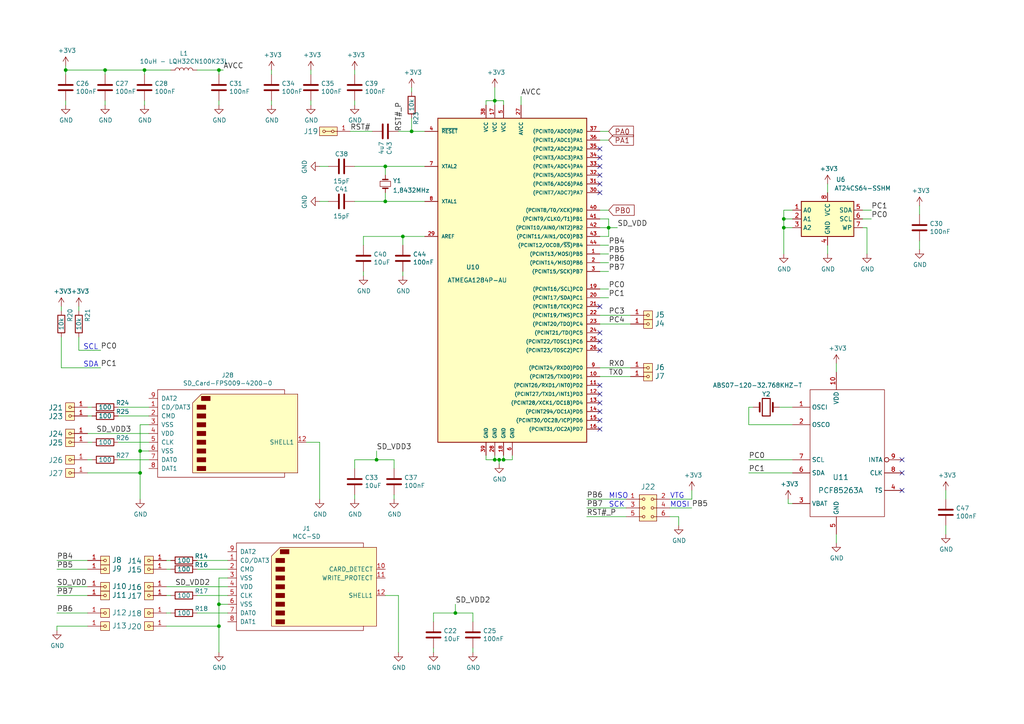
<source format=kicad_sch>
(kicad_sch (version 20210621) (generator eeschema)
  (paper "A4")
  (junction (at 19.05 20.32))
  (junction (at 30.48 20.32))
  (junction (at 40.64 130.81))
  (junction (at 40.64 137.16))
  (junction (at 41.91 20.32))
  (junction (at 63.5 20.32))
  (junction (at 63.5 175.26))
  (junction (at 63.5 181.61))
  (junction (at 109.22 133.35))
  (junction (at 111.76 48.26))
  (junction (at 111.76 58.42))
  (junction (at 116.84 68.58))
  (junction (at 119.38 38.1))
  (junction (at 132.08 177.8))
  (junction (at 143.51 29.21))
  (junction (at 143.51 133.35))
  (junction (at 144.78 133.35))
  (junction (at 146.05 133.35))
  (junction (at 176.53 66.04))
  (junction (at 227.33 63.5))
  (junction (at 227.33 66.04))
  (no_connect (at 173.99 43.18))
  (no_connect (at 173.99 45.72))
  (no_connect (at 173.99 48.26))
  (no_connect (at 173.99 50.8))
  (no_connect (at 173.99 53.34))
  (no_connect (at 173.99 55.88))
  (no_connect (at 173.99 88.9))
  (no_connect (at 173.99 96.52))
  (no_connect (at 173.99 99.06))
  (no_connect (at 173.99 101.6))
  (no_connect (at 173.99 111.76))
  (no_connect (at 173.99 114.3))
  (no_connect (at 173.99 116.84))
  (no_connect (at 173.99 119.38))
  (no_connect (at 173.99 121.92))
  (no_connect (at 173.99 124.46))
  (no_connect (at 261.62 133.35))
  (no_connect (at 261.62 137.16))
  (no_connect (at 261.62 142.24))
  (wire (pts (xy 16.51 170.18) (xy 25.4 170.18)))
  (wire (pts (xy 16.51 181.61) (xy 16.51 182.88)))
  (wire (pts (xy 17.78 88.9) (xy 17.78 90.17)))
  (wire (pts (xy 17.78 97.79) (xy 17.78 106.68)))
  (wire (pts (xy 17.78 106.68) (xy 29.21 106.68)))
  (wire (pts (xy 19.05 20.32) (xy 19.05 19.05)))
  (wire (pts (xy 19.05 20.32) (xy 30.48 20.32)))
  (wire (pts (xy 19.05 21.59) (xy 19.05 20.32)))
  (wire (pts (xy 19.05 30.48) (xy 19.05 29.21)))
  (wire (pts (xy 22.86 88.9) (xy 22.86 90.17)))
  (wire (pts (xy 22.86 97.79) (xy 22.86 101.6)))
  (wire (pts (xy 22.86 101.6) (xy 29.21 101.6)))
  (wire (pts (xy 25.4 118.11) (xy 26.67 118.11)))
  (wire (pts (xy 25.4 120.65) (xy 26.67 120.65)))
  (wire (pts (xy 25.4 125.73) (xy 43.18 125.73)))
  (wire (pts (xy 25.4 128.27) (xy 26.67 128.27)))
  (wire (pts (xy 25.4 133.35) (xy 26.67 133.35)))
  (wire (pts (xy 25.4 137.16) (xy 40.64 137.16)))
  (wire (pts (xy 25.4 162.56) (xy 16.51 162.56)))
  (wire (pts (xy 25.4 165.1) (xy 16.51 165.1)))
  (wire (pts (xy 25.4 172.72) (xy 16.51 172.72)))
  (wire (pts (xy 25.4 177.8) (xy 16.51 177.8)))
  (wire (pts (xy 25.4 181.61) (xy 16.51 181.61)))
  (wire (pts (xy 30.48 20.32) (xy 41.91 20.32)))
  (wire (pts (xy 30.48 21.59) (xy 30.48 20.32)))
  (wire (pts (xy 30.48 30.48) (xy 30.48 29.21)))
  (wire (pts (xy 34.29 120.65) (xy 43.18 120.65)))
  (wire (pts (xy 34.29 128.27) (xy 43.18 128.27)))
  (wire (pts (xy 40.64 123.19) (xy 40.64 130.81)))
  (wire (pts (xy 40.64 130.81) (xy 40.64 137.16)))
  (wire (pts (xy 40.64 137.16) (xy 40.64 144.78)))
  (wire (pts (xy 41.91 20.32) (xy 49.53 20.32)))
  (wire (pts (xy 41.91 21.59) (xy 41.91 20.32)))
  (wire (pts (xy 41.91 30.48) (xy 41.91 29.21)))
  (wire (pts (xy 43.18 118.11) (xy 34.29 118.11)))
  (wire (pts (xy 43.18 123.19) (xy 40.64 123.19)))
  (wire (pts (xy 43.18 130.81) (xy 40.64 130.81)))
  (wire (pts (xy 43.18 133.35) (xy 34.29 133.35)))
  (wire (pts (xy 48.26 162.56) (xy 49.53 162.56)))
  (wire (pts (xy 48.26 165.1) (xy 49.53 165.1)))
  (wire (pts (xy 48.26 170.18) (xy 66.04 170.18)))
  (wire (pts (xy 48.26 172.72) (xy 49.53 172.72)))
  (wire (pts (xy 48.26 177.8) (xy 49.53 177.8)))
  (wire (pts (xy 48.26 181.61) (xy 63.5 181.61)))
  (wire (pts (xy 57.15 20.32) (xy 63.5 20.32)))
  (wire (pts (xy 57.15 165.1) (xy 66.04 165.1)))
  (wire (pts (xy 57.15 172.72) (xy 66.04 172.72)))
  (wire (pts (xy 63.5 20.32) (xy 63.5 21.59)))
  (wire (pts (xy 63.5 30.48) (xy 63.5 29.21)))
  (wire (pts (xy 63.5 167.64) (xy 63.5 175.26)))
  (wire (pts (xy 63.5 175.26) (xy 63.5 181.61)))
  (wire (pts (xy 63.5 181.61) (xy 63.5 189.23)))
  (wire (pts (xy 64.77 20.32) (xy 63.5 20.32)))
  (wire (pts (xy 66.04 162.56) (xy 57.15 162.56)))
  (wire (pts (xy 66.04 167.64) (xy 63.5 167.64)))
  (wire (pts (xy 66.04 175.26) (xy 63.5 175.26)))
  (wire (pts (xy 66.04 177.8) (xy 57.15 177.8)))
  (wire (pts (xy 78.74 20.32) (xy 78.74 21.59)))
  (wire (pts (xy 78.74 30.48) (xy 78.74 29.21)))
  (wire (pts (xy 88.9 128.27) (xy 92.71 128.27)))
  (wire (pts (xy 90.17 20.32) (xy 90.17 21.59)))
  (wire (pts (xy 90.17 30.48) (xy 90.17 29.21)))
  (wire (pts (xy 92.71 48.26) (xy 95.25 48.26)))
  (wire (pts (xy 92.71 58.42) (xy 95.25 58.42)))
  (wire (pts (xy 92.71 128.27) (xy 92.71 144.78)))
  (wire (pts (xy 101.6 38.1) (xy 107.95 38.1)))
  (wire (pts (xy 102.87 20.32) (xy 102.87 21.59)))
  (wire (pts (xy 102.87 30.48) (xy 102.87 29.21)))
  (wire (pts (xy 102.87 48.26) (xy 111.76 48.26)))
  (wire (pts (xy 102.87 58.42) (xy 111.76 58.42)))
  (wire (pts (xy 102.87 133.35) (xy 102.87 135.89)))
  (wire (pts (xy 102.87 133.35) (xy 109.22 133.35)))
  (wire (pts (xy 102.87 144.78) (xy 102.87 143.51)))
  (wire (pts (xy 105.41 68.58) (xy 105.41 71.12)))
  (wire (pts (xy 105.41 68.58) (xy 116.84 68.58)))
  (wire (pts (xy 105.41 80.01) (xy 105.41 78.74)))
  (wire (pts (xy 109.22 133.35) (xy 109.22 130.81)))
  (wire (pts (xy 109.22 133.35) (xy 114.3 133.35)))
  (wire (pts (xy 111.76 48.26) (xy 111.76 50.8)))
  (wire (pts (xy 111.76 58.42) (xy 111.76 55.88)))
  (wire (pts (xy 111.76 172.72) (xy 115.57 172.72)))
  (wire (pts (xy 114.3 135.89) (xy 114.3 133.35)))
  (wire (pts (xy 114.3 144.78) (xy 114.3 143.51)))
  (wire (pts (xy 115.57 38.1) (xy 119.38 38.1)))
  (wire (pts (xy 115.57 172.72) (xy 115.57 189.23)))
  (wire (pts (xy 116.84 68.58) (xy 123.19 68.58)))
  (wire (pts (xy 116.84 71.12) (xy 116.84 68.58)))
  (wire (pts (xy 116.84 80.01) (xy 116.84 78.74)))
  (wire (pts (xy 119.38 26.67) (xy 119.38 25.4)))
  (wire (pts (xy 119.38 34.29) (xy 119.38 38.1)))
  (wire (pts (xy 119.38 38.1) (xy 123.19 38.1)))
  (wire (pts (xy 123.19 48.26) (xy 111.76 48.26)))
  (wire (pts (xy 123.19 58.42) (xy 111.76 58.42)))
  (wire (pts (xy 125.73 177.8) (xy 125.73 180.34)))
  (wire (pts (xy 125.73 177.8) (xy 132.08 177.8)))
  (wire (pts (xy 125.73 189.23) (xy 125.73 187.96)))
  (wire (pts (xy 132.08 177.8) (xy 132.08 175.26)))
  (wire (pts (xy 132.08 177.8) (xy 137.16 177.8)))
  (wire (pts (xy 137.16 180.34) (xy 137.16 177.8)))
  (wire (pts (xy 137.16 189.23) (xy 137.16 187.96)))
  (wire (pts (xy 140.97 29.21) (xy 143.51 29.21)))
  (wire (pts (xy 140.97 30.48) (xy 140.97 29.21)))
  (wire (pts (xy 140.97 132.08) (xy 140.97 133.35)))
  (wire (pts (xy 140.97 133.35) (xy 143.51 133.35)))
  (wire (pts (xy 143.51 29.21) (xy 143.51 25.4)))
  (wire (pts (xy 143.51 29.21) (xy 146.05 29.21)))
  (wire (pts (xy 143.51 30.48) (xy 143.51 29.21)))
  (wire (pts (xy 143.51 132.08) (xy 143.51 133.35)))
  (wire (pts (xy 143.51 133.35) (xy 144.78 133.35)))
  (wire (pts (xy 144.78 133.35) (xy 146.05 133.35)))
  (wire (pts (xy 144.78 134.62) (xy 144.78 133.35)))
  (wire (pts (xy 146.05 29.21) (xy 146.05 30.48)))
  (wire (pts (xy 146.05 132.08) (xy 146.05 133.35)))
  (wire (pts (xy 146.05 133.35) (xy 148.59 133.35)))
  (wire (pts (xy 148.59 133.35) (xy 148.59 132.08)))
  (wire (pts (xy 151.13 30.48) (xy 151.13 27.94)))
  (wire (pts (xy 170.18 144.78) (xy 181.61 144.78)))
  (wire (pts (xy 170.18 147.32) (xy 181.61 147.32)))
  (wire (pts (xy 170.18 149.86) (xy 181.61 149.86)))
  (wire (pts (xy 173.99 38.1) (xy 176.53 38.1)))
  (wire (pts (xy 173.99 40.64) (xy 176.53 40.64)))
  (wire (pts (xy 173.99 60.96) (xy 176.53 60.96)))
  (wire (pts (xy 173.99 63.5) (xy 176.53 63.5)))
  (wire (pts (xy 173.99 66.04) (xy 176.53 66.04)))
  (wire (pts (xy 173.99 71.12) (xy 176.53 71.12)))
  (wire (pts (xy 173.99 73.66) (xy 176.53 73.66)))
  (wire (pts (xy 173.99 76.2) (xy 176.53 76.2)))
  (wire (pts (xy 173.99 78.74) (xy 176.53 78.74)))
  (wire (pts (xy 173.99 83.82) (xy 176.53 83.82)))
  (wire (pts (xy 173.99 86.36) (xy 176.53 86.36)))
  (wire (pts (xy 173.99 91.44) (xy 182.88 91.44)))
  (wire (pts (xy 173.99 93.98) (xy 182.88 93.98)))
  (wire (pts (xy 173.99 106.68) (xy 182.88 106.68)))
  (wire (pts (xy 173.99 109.22) (xy 182.88 109.22)))
  (wire (pts (xy 176.53 63.5) (xy 176.53 66.04)))
  (wire (pts (xy 176.53 66.04) (xy 176.53 68.58)))
  (wire (pts (xy 176.53 66.04) (xy 179.07 66.04)))
  (wire (pts (xy 176.53 68.58) (xy 173.99 68.58)))
  (wire (pts (xy 194.31 144.78) (xy 200.66 144.78)))
  (wire (pts (xy 194.31 147.32) (xy 200.66 147.32)))
  (wire (pts (xy 194.31 149.86) (xy 196.85 149.86)))
  (wire (pts (xy 196.85 149.86) (xy 196.85 152.4)))
  (wire (pts (xy 200.66 144.78) (xy 200.66 142.24)))
  (wire (pts (xy 217.17 118.11) (xy 217.17 123.19)))
  (wire (pts (xy 217.17 123.19) (xy 229.87 123.19)))
  (wire (pts (xy 217.17 137.16) (xy 229.87 137.16)))
  (wire (pts (xy 218.44 118.11) (xy 217.17 118.11)))
  (wire (pts (xy 227.33 60.96) (xy 229.87 60.96)))
  (wire (pts (xy 227.33 63.5) (xy 227.33 60.96)))
  (wire (pts (xy 227.33 63.5) (xy 227.33 66.04)))
  (wire (pts (xy 227.33 66.04) (xy 227.33 73.66)))
  (wire (pts (xy 228.6 144.78) (xy 228.6 146.05)))
  (wire (pts (xy 228.6 146.05) (xy 229.87 146.05)))
  (wire (pts (xy 229.87 63.5) (xy 227.33 63.5)))
  (wire (pts (xy 229.87 66.04) (xy 227.33 66.04)))
  (wire (pts (xy 229.87 118.11) (xy 226.06 118.11)))
  (wire (pts (xy 229.87 133.35) (xy 217.17 133.35)))
  (wire (pts (xy 240.03 53.34) (xy 240.03 55.88)))
  (wire (pts (xy 240.03 71.12) (xy 240.03 73.66)))
  (wire (pts (xy 242.57 107.95) (xy 242.57 105.41)))
  (wire (pts (xy 242.57 157.48) (xy 242.57 154.94)))
  (wire (pts (xy 250.19 60.96) (xy 252.73 60.96)))
  (wire (pts (xy 250.19 63.5) (xy 252.73 63.5)))
  (wire (pts (xy 250.19 66.04) (xy 251.46 66.04)))
  (wire (pts (xy 251.46 66.04) (xy 251.46 73.66)))
  (wire (pts (xy 266.7 59.69) (xy 266.7 62.23)))
  (wire (pts (xy 266.7 69.85) (xy 266.7 72.39)))
  (wire (pts (xy 274.32 142.24) (xy 274.32 144.78)))
  (wire (pts (xy 274.32 152.4) (xy 274.32 154.94)))
  (text "SCL" (at 24.13 101.6 0) (effects (font (size 1.524 1.524)) (justify left bottom)))
  (text "SDA" (at 24.13 106.68 0) (effects (font (size 1.524 1.524)) (justify left bottom)))
  (text "MISO" (at 176.53 144.78 0) (effects (font (size 1.524 1.524)) (justify left bottom)))
  (text "SCK" (at 176.53 147.32 0) (effects (font (size 1.524 1.524)) (justify left bottom)))
  (text "VTG" (at 194.31 144.78 0) (effects (font (size 1.524 1.524)) (justify left bottom)))
  (text "MOSI" (at 194.31 147.32 0) (effects (font (size 1.524 1.524)) (justify left bottom)))
  (label "PB4" (at 16.51 162.56 0) (effects (font (size 1.524 1.524))))
  (label "PB5" (at 16.51 165.1 0) (effects (font (size 1.524 1.524))))
  (label "SD_VDD" (at 16.51 170.18 0) (effects (font (size 1.524 1.524))))
  (label "PB7" (at 16.51 172.72 0) (effects (font (size 1.524 1.524))))
  (label "PB6" (at 16.51 177.8 0) (effects (font (size 1.524 1.524))))
  (label "SD_VDD3" (at 27.94 125.73 0) (effects (font (size 1.524 1.524))))
  (label "PC0" (at 29.21 101.6 0) (effects (font (size 1.524 1.524))))
  (label "PC1" (at 29.21 106.68 0) (effects (font (size 1.524 1.524))))
  (label "SD_VDD2" (at 50.8 170.18 0) (effects (font (size 1.524 1.524))))
  (label "AVCC" (at 64.77 20.32 0) (effects (font (size 1.524 1.524))))
  (label "RST#" (at 101.6 38.1 0) (effects (font (size 1.524 1.524))))
  (label "SD_VDD3" (at 109.22 130.81 0) (effects (font (size 1.524 1.524))))
  (label "RST#_P" (at 116.84 38.1 90) (effects (font (size 1.524 1.524))))
  (label "SD_VDD2" (at 132.08 175.26 0) (effects (font (size 1.524 1.524))))
  (label "AVCC" (at 151.13 27.94 0) (effects (font (size 1.524 1.524))))
  (label "PB6" (at 170.18 144.78 0) (effects (font (size 1.524 1.524))))
  (label "PB7" (at 170.18 147.32 0) (effects (font (size 1.524 1.524))))
  (label "RST#_P" (at 170.18 149.86 0) (effects (font (size 1.524 1.524))))
  (label "PB4" (at 176.53 71.12 0) (effects (font (size 1.524 1.524))))
  (label "PB5" (at 176.53 73.66 0) (effects (font (size 1.524 1.524))))
  (label "PB6" (at 176.53 76.2 0) (effects (font (size 1.524 1.524))))
  (label "PB7" (at 176.53 78.74 0) (effects (font (size 1.524 1.524))))
  (label "PC0" (at 176.53 83.82 0) (effects (font (size 1.524 1.524))))
  (label "PC1" (at 176.53 86.36 0) (effects (font (size 1.524 1.524))))
  (label "PC3" (at 176.53 91.44 0) (effects (font (size 1.524 1.524))))
  (label "PC4" (at 176.53 93.98 0) (effects (font (size 1.524 1.524))))
  (label "RX0" (at 176.53 106.68 0) (effects (font (size 1.524 1.524))))
  (label "TX0" (at 176.53 109.22 0) (effects (font (size 1.524 1.524))))
  (label "SD_VDD" (at 179.07 66.04 0) (effects (font (size 1.524 1.524))))
  (label "PB5" (at 200.66 147.32 0) (effects (font (size 1.524 1.524))))
  (label "PC0" (at 217.17 133.35 0) (effects (font (size 1.524 1.524))))
  (label "PC1" (at 217.17 137.16 0) (effects (font (size 1.524 1.524))))
  (label "PC1" (at 252.73 60.96 0) (effects (font (size 1.524 1.524))))
  (label "PC0" (at 252.73 63.5 0) (effects (font (size 1.524 1.524))))
  (global_label "PA0" (shape input) (at 176.53 38.1 0) (effects (font (size 1.524 1.524))) (property "Intersheet References" "${INTERSHEET_REFS}" (effects hide)))
  (global_label "PA1" (shape input) (at 176.53 40.64 0) (effects (font (size 1.524 1.524))) (property "Intersheet References" "${INTERSHEET_REFS}" (effects hide)))
  (global_label "PB0" (shape input) (at 176.53 60.96 0) (effects (font (size 1.524 1.524))) (property "Intersheet References" "${INTERSHEET_REFS}" (effects hide)))
  (symbol (lib_id "power:+3.3V") (at 17.78 88.9 0) (unit 1)
    (property "Reference" "#PWR0146" (effects hide))
    (property "Value" "+3.3V" (at 18.161 84.5058 0))
  )
  (symbol (lib_id "power:+3.3V") (at 19.05 19.05 0) (unit 1)
    (property "Reference" "#PWR0118" (effects hide))
    (property "Value" "+3.3V" (at 19.431 14.6558 0))
  )
  (symbol (lib_id "power:+3.3V") (at 22.86 88.9 0) (unit 1)
    (property "Reference" "#PWR0147" (effects hide))
    (property "Value" "+3.3V" (at 23.241 84.5058 0))
  )
  (symbol (lib_id "power:+3.3V") (at 78.74 20.32 0) (unit 1)
    (property "Reference" "#PWR0120" (effects hide))
    (property "Value" "+3.3V" (at 79.121 15.9258 0))
  )
  (symbol (lib_id "power:+3.3V") (at 90.17 20.32 0) (unit 1)
    (property "Reference" "#PWR0130" (effects hide))
    (property "Value" "+3.3V" (at 90.551 15.9258 0))
  )
  (symbol (lib_id "power:+3.3V") (at 102.87 20.32 0) (unit 1)
    (property "Reference" "#PWR0131" (effects hide))
    (property "Value" "+3.3V" (at 103.251 15.9258 0))
  )
  (symbol (lib_id "power:+3.3V") (at 119.38 25.4 0) (unit 1)
    (property "Reference" "#PWR0132" (effects hide))
    (property "Value" "+3.3V" (at 119.761 21.0058 0))
  )
  (symbol (lib_id "power:+3.3V") (at 143.51 25.4 0) (unit 1)
    (property "Reference" "#PWR0135" (effects hide))
    (property "Value" "+3.3V" (at 143.891 21.0058 0))
  )
  (symbol (lib_id "power:+3.3V") (at 200.66 142.24 0) (unit 1)
    (property "Reference" "#PWR0145" (effects hide))
    (property "Value" "+3.3V" (at 201.041 137.8458 0))
  )
  (symbol (lib_id "power:+3.3V") (at 228.6 144.78 0) (unit 1)
    (property "Reference" "#PWR0108" (effects hide))
    (property "Value" "+3.3V" (at 228.981 140.3858 0))
  )
  (symbol (lib_id "power:+3.3V") (at 240.03 53.34 0) (unit 1)
    (property "Reference" "#PWR0112" (effects hide))
    (property "Value" "+3.3V" (at 240.411 48.9458 0))
  )
  (symbol (lib_id "power:+3.3V") (at 242.57 105.41 0) (unit 1)
    (property "Reference" "#PWR0143" (effects hide))
    (property "Value" "+3.3V" (at 242.951 101.0158 0))
  )
  (symbol (lib_id "power:+3.3V") (at 266.7 59.69 0) (unit 1)
    (property "Reference" "#PWR0125" (effects hide))
    (property "Value" "+3.3V" (at 267.081 55.2958 0))
  )
  (symbol (lib_id "power:+3.3V") (at 274.32 142.24 0) (unit 1)
    (property "Reference" "#PWR0144" (effects hide))
    (property "Value" "+3.3V" (at 274.701 137.8458 0))
  )
  (symbol (lib_id "power:GND") (at 16.51 182.88 0) (unit 1)
    (property "Reference" "#PWR0140" (effects hide))
    (property "Value" "GND" (at 16.637 187.2742 0))
  )
  (symbol (lib_id "power:GND") (at 19.05 30.48 0) (unit 1)
    (property "Reference" "#PWR0121" (effects hide))
    (property "Value" "GND" (at 19.177 34.8742 0))
  )
  (symbol (lib_id "power:GND") (at 30.48 30.48 0) (unit 1)
    (property "Reference" "#PWR0122" (effects hide))
    (property "Value" "GND" (at 30.607 34.8742 0))
  )
  (symbol (lib_id "power:GND") (at 40.64 144.78 0) (unit 1)
    (property "Reference" "#PWR0150" (effects hide))
    (property "Value" "GND" (at 40.767 149.1742 0))
  )
  (symbol (lib_id "power:GND") (at 41.91 30.48 0) (unit 1)
    (property "Reference" "#PWR0123" (effects hide))
    (property "Value" "GND" (at 42.037 34.8742 0))
  )
  (symbol (lib_id "power:GND") (at 63.5 30.48 0) (unit 1)
    (property "Reference" "#PWR0124" (effects hide))
    (property "Value" "GND" (at 63.627 34.8742 0))
  )
  (symbol (lib_id "power:GND") (at 63.5 189.23 0) (unit 1)
    (property "Reference" "#PWR0136" (effects hide))
    (property "Value" "GND" (at 63.627 193.6242 0))
  )
  (symbol (lib_id "power:GND") (at 78.74 30.48 0) (unit 1)
    (property "Reference" "#PWR0154" (effects hide))
    (property "Value" "GND" (at 78.867 34.8742 0))
  )
  (symbol (lib_id "power:GND") (at 90.17 30.48 0) (unit 1)
    (property "Reference" "#PWR0156" (effects hide))
    (property "Value" "GND" (at 90.297 34.8742 0))
  )
  (symbol (lib_id "power:GND") (at 92.71 48.26 270) (unit 1)
    (property "Reference" "#PWR0155" (effects hide))
    (property "Value" "GND" (at 88.3158 48.387 0))
  )
  (symbol (lib_id "power:GND") (at 92.71 58.42 270) (unit 1)
    (property "Reference" "#PWR0151" (effects hide))
    (property "Value" "GND" (at 88.3158 58.547 0))
  )
  (symbol (lib_id "power:GND") (at 92.71 144.78 0) (unit 1)
    (property "Reference" "#PWR0142" (effects hide))
    (property "Value" "GND" (at 92.837 149.1742 0))
  )
  (symbol (lib_id "power:GND") (at 102.87 30.48 0) (unit 1)
    (property "Reference" "#PWR0158" (effects hide))
    (property "Value" "GND" (at 102.997 34.8742 0))
  )
  (symbol (lib_id "power:GND") (at 102.87 144.78 0) (unit 1)
    (property "Reference" "#PWR0149" (effects hide))
    (property "Value" "GND" (at 102.997 149.1742 0))
  )
  (symbol (lib_id "power:GND") (at 105.41 80.01 0) (unit 1)
    (property "Reference" "#PWR0117" (effects hide))
    (property "Value" "GND" (at 105.537 84.4042 0))
  )
  (symbol (lib_id "power:GND") (at 114.3 144.78 0) (unit 1)
    (property "Reference" "#PWR0148" (effects hide))
    (property "Value" "GND" (at 114.427 149.1742 0))
  )
  (symbol (lib_id "power:GND") (at 115.57 189.23 0) (unit 1)
    (property "Reference" "#PWR0126" (effects hide))
    (property "Value" "GND" (at 115.697 193.6242 0))
  )
  (symbol (lib_id "power:GND") (at 116.84 80.01 0) (unit 1)
    (property "Reference" "#PWR0116" (effects hide))
    (property "Value" "GND" (at 116.967 84.4042 0))
  )
  (symbol (lib_id "power:GND") (at 125.73 189.23 0) (unit 1)
    (property "Reference" "#PWR0128" (effects hide))
    (property "Value" "GND" (at 125.857 193.6242 0))
  )
  (symbol (lib_id "power:GND") (at 137.16 189.23 0) (unit 1)
    (property "Reference" "#PWR0127" (effects hide))
    (property "Value" "GND" (at 137.287 193.6242 0))
  )
  (symbol (lib_id "power:GND") (at 144.78 134.62 0) (unit 1)
    (property "Reference" "#PWR0129" (effects hide))
    (property "Value" "GND" (at 144.907 139.0142 0))
  )
  (symbol (lib_id "power:GND") (at 196.85 152.4 0) (unit 1)
    (property "Reference" "#PWR0153" (effects hide))
    (property "Value" "GND" (at 196.977 156.7942 0))
  )
  (symbol (lib_id "power:GND") (at 227.33 73.66 0) (unit 1)
    (property "Reference" "#PWR0111" (effects hide))
    (property "Value" "GND" (at 227.457 78.0542 0))
  )
  (symbol (lib_id "power:GND") (at 240.03 73.66 0) (unit 1)
    (property "Reference" "#PWR0109" (effects hide))
    (property "Value" "GND" (at 240.157 78.0542 0))
  )
  (symbol (lib_id "power:GND") (at 242.57 157.48 0) (unit 1)
    (property "Reference" "#PWR0133" (effects hide))
    (property "Value" "GND" (at 242.697 161.8742 0))
  )
  (symbol (lib_id "power:GND") (at 251.46 73.66 0) (unit 1)
    (property "Reference" "#PWR0110" (effects hide))
    (property "Value" "GND" (at 251.587 78.0542 0))
  )
  (symbol (lib_id "power:GND") (at 266.7 72.39 0) (unit 1)
    (property "Reference" "#PWR0115" (effects hide))
    (property "Value" "GND" (at 266.827 76.7842 0))
  )
  (symbol (lib_id "power:GND") (at 274.32 154.94 0) (unit 1)
    (property "Reference" "#PWR0134" (effects hide))
    (property "Value" "GND" (at 274.447 159.3342 0))
  )
  (symbol (lib_id "SPACEDOS02A_PCB01A-rescue:L-device-DATALOGGER01A-rescue-CCP2019V01A-rescue-SPACEDOS01A_PCB01A-rescue-SPACEDOS01B_PCB01A-rescue") (at 53.34 20.32 90) (unit 1)
    (property "Reference" "L1" (at 53.34 15.494 90))
    (property "Value" "10uH - LQH32CN100K23L" (at 53.34 17.8054 90))
    (property "Footprint" "Mlab_R:SMD-1210" (effects hide))
    (property "UST_ID" "5c70984412875079b91f87ff" (effects hide))
  )
  (symbol (lib_id "Device:Crystal_Small") (at 111.76 53.34 270) (unit 1)
    (property "Reference" "Y1" (at 113.9191 52.4315 90) (effects (justify left)))
    (property "Value" "1,8432MHz" (at 113.9191 55.2066 90) (effects (justify left)))
    (property "Footprint" "Crystal:Crystal_HC49-U_Horizontal" (effects hide))
    (property "Datasheet" "1.8432M-HC49 YIC" (effects hide))
  )
  (symbol (lib_id "MLAB_HEADER:HEADER_1x01") (at 20.32 118.11 180) (unit 1)
    (property "Reference" "J21" (at 18.3388 118.237 0) (effects (font (size 1.524 1.524)) (justify left)))
    (property "Value" "HEADER_1x01" (effects hide))
    (property "Footprint" "Mlab_Pin_Headers:Straight_1x01" (effects hide))
  )
  (symbol (lib_id "MLAB_HEADER:HEADER_1x01") (at 20.32 120.65 180) (unit 1)
    (property "Reference" "J23" (at 18.3388 120.777 0) (effects (font (size 1.524 1.524)) (justify left)))
    (property "Value" "HEADER_1x01" (effects hide))
    (property "Footprint" "Mlab_Pin_Headers:Straight_1x01" (effects hide))
  )
  (symbol (lib_id "MLAB_HEADER:HEADER_1x01") (at 20.32 125.73 180) (unit 1)
    (property "Reference" "J24" (at 18.3388 125.857 0) (effects (font (size 1.524 1.524)) (justify left)))
    (property "Value" "HEADER_1x01" (effects hide))
    (property "Footprint" "Mlab_Pin_Headers:Straight_1x01" (effects hide))
  )
  (symbol (lib_id "MLAB_HEADER:HEADER_1x01") (at 20.32 128.27 180) (unit 1)
    (property "Reference" "J25" (at 18.3388 128.397 0) (effects (font (size 1.524 1.524)) (justify left)))
    (property "Value" "HEADER_1x01" (effects hide))
    (property "Footprint" "Mlab_Pin_Headers:Straight_1x01" (effects hide))
  )
  (symbol (lib_id "MLAB_HEADER:HEADER_1x01") (at 20.32 133.35 180) (unit 1)
    (property "Reference" "J26" (at 18.3388 133.477 0) (effects (font (size 1.524 1.524)) (justify left)))
    (property "Value" "HEADER_1x01" (effects hide))
    (property "Footprint" "Mlab_Pin_Headers:Straight_1x01" (effects hide))
  )
  (symbol (lib_id "MLAB_HEADER:HEADER_1x01") (at 20.32 137.16 180) (unit 1)
    (property "Reference" "J27" (at 18.3388 137.287 0) (effects (font (size 1.524 1.524)) (justify left)))
    (property "Value" "HEADER_1x01" (effects hide))
    (property "Footprint" "Mlab_Pin_Headers:Straight_1x01" (effects hide))
  )
  (symbol (lib_id "MLAB_HEADER:HEADER_1x01") (at 30.48 162.56 0) (unit 1)
    (property "Reference" "J8" (at 32.4612 162.433 0) (effects (font (size 1.524 1.524)) (justify left)))
    (property "Value" "HEADER_1x01" (effects hide))
    (property "Footprint" "Mlab_Pin_Headers:Straight_1x01" (effects hide))
  )
  (symbol (lib_id "MLAB_HEADER:HEADER_1x01") (at 30.48 165.1 0) (unit 1)
    (property "Reference" "J9" (at 32.4612 164.973 0) (effects (font (size 1.524 1.524)) (justify left)))
    (property "Value" "HEADER_1x01" (effects hide))
    (property "Footprint" "Mlab_Pin_Headers:Straight_1x01" (effects hide))
  )
  (symbol (lib_id "MLAB_HEADER:HEADER_1x01") (at 30.48 170.18 0) (unit 1)
    (property "Reference" "J10" (at 32.4612 170.053 0) (effects (font (size 1.524 1.524)) (justify left)))
    (property "Value" "HEADER_1x01" (effects hide))
    (property "Footprint" "Mlab_Pin_Headers:Straight_1x01" (effects hide))
  )
  (symbol (lib_id "MLAB_HEADER:HEADER_1x01") (at 30.48 172.72 0) (unit 1)
    (property "Reference" "J11" (at 32.4612 172.593 0) (effects (font (size 1.524 1.524)) (justify left)))
    (property "Value" "HEADER_1x01" (effects hide))
    (property "Footprint" "Mlab_Pin_Headers:Straight_1x01" (effects hide))
  )
  (symbol (lib_id "MLAB_HEADER:HEADER_1x01") (at 30.48 177.8 0) (unit 1)
    (property "Reference" "J12" (at 32.4612 177.673 0) (effects (font (size 1.524 1.524)) (justify left)))
    (property "Value" "HEADER_1x01" (effects hide))
    (property "Footprint" "Mlab_Pin_Headers:Straight_1x01" (effects hide))
  )
  (symbol (lib_id "MLAB_HEADER:HEADER_1x01") (at 30.48 181.61 0) (unit 1)
    (property "Reference" "J13" (at 32.4612 181.483 0) (effects (font (size 1.524 1.524)) (justify left)))
    (property "Value" "HEADER_1x01" (effects hide))
    (property "Footprint" "Mlab_Pin_Headers:Straight_1x01" (effects hide))
  )
  (symbol (lib_id "MLAB_HEADER:HEADER_1x01") (at 43.18 162.56 180) (unit 1)
    (property "Reference" "J14" (at 41.1988 162.687 0) (effects (font (size 1.524 1.524)) (justify left)))
    (property "Value" "HEADER_1x01" (effects hide))
    (property "Footprint" "Mlab_Pin_Headers:Straight_1x01" (effects hide))
  )
  (symbol (lib_id "MLAB_HEADER:HEADER_1x01") (at 43.18 165.1 180) (unit 1)
    (property "Reference" "J15" (at 41.1988 165.227 0) (effects (font (size 1.524 1.524)) (justify left)))
    (property "Value" "HEADER_1x01" (effects hide))
    (property "Footprint" "Mlab_Pin_Headers:Straight_1x01" (effects hide))
  )
  (symbol (lib_id "MLAB_HEADER:HEADER_1x01") (at 43.18 170.18 180) (unit 1)
    (property "Reference" "J16" (at 41.1988 170.307 0) (effects (font (size 1.524 1.524)) (justify left)))
    (property "Value" "HEADER_1x01" (effects hide))
    (property "Footprint" "Mlab_Pin_Headers:Straight_1x01" (effects hide))
  )
  (symbol (lib_id "MLAB_HEADER:HEADER_1x01") (at 43.18 172.72 180) (unit 1)
    (property "Reference" "J17" (at 41.1988 172.847 0) (effects (font (size 1.524 1.524)) (justify left)))
    (property "Value" "HEADER_1x01" (effects hide))
    (property "Footprint" "Mlab_Pin_Headers:Straight_1x01" (effects hide))
  )
  (symbol (lib_id "MLAB_HEADER:HEADER_1x01") (at 43.18 177.8 180) (unit 1)
    (property "Reference" "J18" (at 41.1988 177.927 0) (effects (font (size 1.524 1.524)) (justify left)))
    (property "Value" "HEADER_1x01" (effects hide))
    (property "Footprint" "Mlab_Pin_Headers:Straight_1x01" (effects hide))
  )
  (symbol (lib_id "MLAB_HEADER:HEADER_1x01") (at 43.18 181.61 180) (unit 1)
    (property "Reference" "J20" (at 41.1988 181.737 0) (effects (font (size 1.524 1.524)) (justify left)))
    (property "Value" "HEADER_1x01" (effects hide))
    (property "Footprint" "Mlab_Pin_Headers:Straight_1x01" (effects hide))
  )
  (symbol (lib_id "MLAB_HEADER:HEADER_1x01") (at 187.96 91.44 0) (unit 1)
    (property "Reference" "J5" (at 189.9412 91.313 0) (effects (font (size 1.524 1.524)) (justify left)))
    (property "Value" "HEADER_1x01" (effects hide))
    (property "Footprint" "Mlab_Pin_Headers:Straight_1x01" (effects hide))
  )
  (symbol (lib_id "MLAB_HEADER:HEADER_1x01") (at 187.96 93.98 0) (unit 1)
    (property "Reference" "J4" (at 189.9412 93.853 0) (effects (font (size 1.524 1.524)) (justify left)))
    (property "Value" "HEADER_1x01" (effects hide))
    (property "Footprint" "Mlab_Pin_Headers:Straight_1x01" (effects hide))
  )
  (symbol (lib_id "MLAB_HEADER:HEADER_1x01") (at 187.96 106.68 0) (unit 1)
    (property "Reference" "J6" (at 189.9412 106.553 0) (effects (font (size 1.524 1.524)) (justify left)))
    (property "Value" "HEADER_1x01" (effects hide))
    (property "Footprint" "Mlab_Pin_Headers:Straight_1x01" (effects hide))
  )
  (symbol (lib_id "MLAB_HEADER:HEADER_1x01") (at 187.96 109.22 0) (unit 1)
    (property "Reference" "J7" (at 189.9412 109.093 0) (effects (font (size 1.524 1.524)) (justify left)))
    (property "Value" "HEADER_1x01" (effects hide))
    (property "Footprint" "Mlab_Pin_Headers:Straight_1x01" (effects hide))
  )
  (symbol (lib_id "SPACEDOS02A_PCB01A-rescue:R-device-DATALOGGER01A-rescue-CCP2019V01A-rescue-SPACEDOS01A_PCB01A-rescue-SPACEDOS01B_PCB01A-rescue") (at 17.78 93.98 180) (unit 1)
    (property "Reference" "R20" (at 20.32 91.44 90))
    (property "Value" "10k" (at 17.78 93.98 90))
    (property "Footprint" "Mlab_R:SMD-0805" (effects hide))
    (property "UST_ID" "5c70984612875079b91f899f" (effects hide))
  )
  (symbol (lib_id "SPACEDOS02A_PCB01A-rescue:R-device-DATALOGGER01A-rescue-CCP2019V01A-rescue-SPACEDOS01A_PCB01A-rescue-SPACEDOS01B_PCB01A-rescue") (at 22.86 93.98 180) (unit 1)
    (property "Reference" "R21" (at 25.4 91.44 90))
    (property "Value" "10k" (at 22.86 93.98 90))
    (property "Footprint" "Mlab_R:SMD-0805" (effects hide))
    (property "UST_ID" "5c70984612875079b91f899f" (effects hide))
  )
  (symbol (lib_id "SPACEDOS02A_PCB01A-rescue:R-device-DATALOGGER01A-rescue-CCP2019V01A-rescue-SPACEDOS01A_PCB01A-rescue-SPACEDOS01B_PCB01A-rescue") (at 30.48 118.11 90) (unit 1)
    (property "Reference" "R24" (at 35.56 116.84 90))
    (property "Value" "100" (at 30.48 118.11 90))
    (property "Footprint" "Mlab_R:SMD-0805" (effects hide))
    (property "UST_ID" "5c70984512875079b91f8977" (effects hide))
  )
  (symbol (lib_id "SPACEDOS02A_PCB01A-rescue:R-device-DATALOGGER01A-rescue-CCP2019V01A-rescue-SPACEDOS01A_PCB01A-rescue-SPACEDOS01B_PCB01A-rescue") (at 30.48 120.65 90) (unit 1)
    (property "Reference" "R25" (at 35.56 119.38 90))
    (property "Value" "100" (at 30.48 120.65 90))
    (property "Footprint" "Mlab_R:SMD-0805" (effects hide))
    (property "UST_ID" "5c70984512875079b91f8977" (effects hide))
  )
  (symbol (lib_id "SPACEDOS02A_PCB01A-rescue:R-device-DATALOGGER01A-rescue-CCP2019V01A-rescue-SPACEDOS01A_PCB01A-rescue-SPACEDOS01B_PCB01A-rescue") (at 30.48 128.27 90) (unit 1)
    (property "Reference" "R26" (at 35.56 127 90))
    (property "Value" "100" (at 30.48 128.27 90))
    (property "Footprint" "Mlab_R:SMD-0805" (effects hide))
    (property "UST_ID" "5c70984512875079b91f8977" (effects hide))
  )
  (symbol (lib_id "SPACEDOS02A_PCB01A-rescue:R-device-DATALOGGER01A-rescue-CCP2019V01A-rescue-SPACEDOS01A_PCB01A-rescue-SPACEDOS01B_PCB01A-rescue") (at 30.48 133.35 90) (unit 1)
    (property "Reference" "R27" (at 35.56 132.08 90))
    (property "Value" "100" (at 30.48 133.35 90))
    (property "Footprint" "Mlab_R:SMD-0805" (effects hide))
    (property "UST_ID" "5c70984512875079b91f8977" (effects hide))
  )
  (symbol (lib_id "SPACEDOS02A_PCB01A-rescue:R-device-DATALOGGER01A-rescue-CCP2019V01A-rescue-SPACEDOS01A_PCB01A-rescue-SPACEDOS01B_PCB01A-rescue") (at 53.34 162.56 90) (unit 1)
    (property "Reference" "R14" (at 58.42 161.29 90))
    (property "Value" "100" (at 53.34 162.56 90))
    (property "Footprint" "Mlab_R:SMD-0805" (effects hide))
    (property "UST_ID" "5c70984512875079b91f8977" (effects hide))
  )
  (symbol (lib_id "SPACEDOS02A_PCB01A-rescue:R-device-DATALOGGER01A-rescue-CCP2019V01A-rescue-SPACEDOS01A_PCB01A-rescue-SPACEDOS01B_PCB01A-rescue") (at 53.34 165.1 90) (unit 1)
    (property "Reference" "R16" (at 58.42 163.83 90))
    (property "Value" "100" (at 53.34 165.1 90))
    (property "Footprint" "Mlab_R:SMD-0805" (effects hide))
    (property "UST_ID" "5c70984512875079b91f8977" (effects hide))
  )
  (symbol (lib_id "SPACEDOS02A_PCB01A-rescue:R-device-DATALOGGER01A-rescue-CCP2019V01A-rescue-SPACEDOS01A_PCB01A-rescue-SPACEDOS01B_PCB01A-rescue") (at 53.34 172.72 90) (unit 1)
    (property "Reference" "R17" (at 58.42 171.45 90))
    (property "Value" "100" (at 53.34 172.72 90))
    (property "Footprint" "Mlab_R:SMD-0805" (effects hide))
    (property "UST_ID" "5c70984512875079b91f8977" (effects hide))
  )
  (symbol (lib_id "SPACEDOS02A_PCB01A-rescue:R-device-DATALOGGER01A-rescue-CCP2019V01A-rescue-SPACEDOS01A_PCB01A-rescue-SPACEDOS01B_PCB01A-rescue") (at 53.34 177.8 90) (unit 1)
    (property "Reference" "R18" (at 58.42 176.53 90))
    (property "Value" "100" (at 53.34 177.8 90))
    (property "Footprint" "Mlab_R:SMD-0805" (effects hide))
    (property "UST_ID" "5c70984512875079b91f8977" (effects hide))
  )
  (symbol (lib_id "SPACEDOS02A_PCB01A-rescue:R-device-DATALOGGER01A-rescue-CCP2019V01A-rescue-SPACEDOS01A_PCB01A-rescue-SPACEDOS01B_PCB01A-rescue") (at 119.38 30.48 180) (unit 1)
    (property "Reference" "R23" (at 120.65 34.29 90))
    (property "Value" "10k" (at 119.38 30.48 90))
    (property "Footprint" "Mlab_R:SMD-0805" (effects hide))
    (property "UST_ID" "5c70984612875079b91f899f" (effects hide))
  )
  (symbol (lib_id "MLAB_HEADER:HEADER_2x01_PARALLEL") (at 95.25 38.1 180) (unit 1)
    (property "Reference" "J19" (at 90.17 38.1 0) (effects (font (size 1.524 1.524))))
    (property "Value" "HEADER_2x01_PARALLEL" (effects hide))
    (property "Footprint" "Mlab_Pin_Headers:Straight_2x01" (effects hide))
  )
  (symbol (lib_id "SPACEDOS02A_PCB01A-rescue:C-device-DATALOGGER01A-rescue-CCP2019V01A-rescue-SPACEDOS01A_PCB01A-rescue-SPACEDOS01B_PCB01A-rescue") (at 19.05 25.4 0) (unit 1)
    (property "Reference" "C26" (at 21.971 24.2316 0) (effects (justify left)))
    (property "Value" "100nF" (at 21.971 26.543 0) (effects (justify left)))
    (property "Footprint" "Mlab_R:SMD-0805" (effects hide))
    (property "UST_ID" "5c70984712875079b91f8b4c" (effects hide))
  )
  (symbol (lib_id "SPACEDOS02A_PCB01A-rescue:C-device-DATALOGGER01A-rescue-CCP2019V01A-rescue-SPACEDOS01A_PCB01A-rescue-SPACEDOS01B_PCB01A-rescue") (at 30.48 25.4 0) (unit 1)
    (property "Reference" "C27" (at 33.401 24.2316 0) (effects (justify left)))
    (property "Value" "100nF" (at 33.401 26.543 0) (effects (justify left)))
    (property "Footprint" "Mlab_R:SMD-0805" (effects hide))
    (property "UST_ID" "5c70984712875079b91f8b4c" (effects hide))
  )
  (symbol (lib_id "SPACEDOS02A_PCB01A-rescue:C-device-DATALOGGER01A-rescue-CCP2019V01A-rescue-SPACEDOS01A_PCB01A-rescue-SPACEDOS01B_PCB01A-rescue") (at 41.91 25.4 0) (unit 1)
    (property "Reference" "C28" (at 44.831 24.2316 0) (effects (justify left)))
    (property "Value" "100nF" (at 44.831 26.543 0) (effects (justify left)))
    (property "Footprint" "Mlab_R:SMD-0805" (effects hide))
    (property "UST_ID" "5c70984712875079b91f8b4c" (effects hide))
  )
  (symbol (lib_id "SPACEDOS02A_PCB01A-rescue:C-device-DATALOGGER01A-rescue-CCP2019V01A-rescue-SPACEDOS01A_PCB01A-rescue-SPACEDOS01B_PCB01A-rescue") (at 63.5 25.4 0) (unit 1)
    (property "Reference" "C31" (at 66.421 24.2316 0) (effects (justify left)))
    (property "Value" "100nF" (at 66.421 26.543 0) (effects (justify left)))
    (property "Footprint" "Mlab_R:SMD-0805" (effects hide))
    (property "UST_ID" "5c70984712875079b91f8b4c" (effects hide))
  )
  (symbol (lib_id "SPACEDOS02A_PCB01A-rescue:C-device-DATALOGGER01A-rescue-CCP2019V01A-rescue-SPACEDOS01A_PCB01A-rescue-SPACEDOS01B_PCB01A-rescue") (at 78.74 25.4 0) (unit 1)
    (property "Reference" "C34" (at 81.661 24.2316 0) (effects (justify left)))
    (property "Value" "100nF" (at 81.661 26.543 0) (effects (justify left)))
    (property "Footprint" "Mlab_R:SMD-0805" (effects hide))
    (property "UST_ID" "5c70984712875079b91f8b4c" (effects hide))
  )
  (symbol (lib_id "SPACEDOS02A_PCB01A-rescue:C-device-DATALOGGER01A-rescue-CCP2019V01A-rescue-SPACEDOS01A_PCB01A-rescue-SPACEDOS01B_PCB01A-rescue") (at 90.17 25.4 0) (unit 1)
    (property "Reference" "C35" (at 93.091 24.2316 0) (effects (justify left)))
    (property "Value" "100nF" (at 93.091 26.543 0) (effects (justify left)))
    (property "Footprint" "Mlab_R:SMD-0805" (effects hide))
    (property "UST_ID" "5c70984712875079b91f8b4c" (effects hide))
  )
  (symbol (lib_id "Device:C") (at 99.06 48.26 270) (unit 1)
    (property "Reference" "C38" (at 99.06 44.6744 90))
    (property "Value" "15pF" (at 99.06 52.5295 90))
    (property "Footprint" "Mlab_R:SMD-0805" (effects hide))
  )
  (symbol (lib_id "Device:C") (at 99.06 58.42 270) (unit 1)
    (property "Reference" "C41" (at 99.06 54.8344 90))
    (property "Value" "15pF" (at 99.06 62.6895 90))
    (property "Footprint" "Mlab_R:SMD-0805" (effects hide))
  )
  (symbol (lib_id "SPACEDOS02A_PCB01A-rescue:C-device-DATALOGGER01A-rescue-CCP2019V01A-rescue-SPACEDOS01A_PCB01A-rescue-SPACEDOS01B_PCB01A-rescue") (at 102.87 25.4 0) (unit 1)
    (property "Reference" "C39" (at 105.791 24.2316 0) (effects (justify left)))
    (property "Value" "100nF" (at 105.791 26.543 0) (effects (justify left)))
    (property "Footprint" "Mlab_R:SMD-0805" (effects hide))
    (property "UST_ID" "5c70984712875079b91f8b4c" (effects hide))
  )
  (symbol (lib_id "SPACEDOS02A_PCB01A-rescue:C-device-DATALOGGER01A-rescue-CCP2019V01A-rescue-SPACEDOS01A_PCB01A-rescue-SPACEDOS01B_PCB01A-rescue") (at 102.87 139.7 0) (unit 1)
    (property "Reference" "C33" (at 105.791 138.5316 0) (effects (justify left)))
    (property "Value" "10uF" (at 105.791 140.843 0) (effects (justify left)))
    (property "Footprint" "Mlab_R:SMD-0805" (effects hide))
    (property "UST_ID" "5c70984812875079b91f8bbd" (effects hide))
  )
  (symbol (lib_id "SPACEDOS02A_PCB01A-rescue:C-device-DATALOGGER01A-rescue-CCP2019V01A-rescue-SPACEDOS01A_PCB01A-rescue-SPACEDOS01B_PCB01A-rescue") (at 105.41 74.93 0) (unit 1)
    (property "Reference" "C40" (at 108.331 73.7616 0) (effects (justify left)))
    (property "Value" "10uF" (at 108.331 76.073 0) (effects (justify left)))
    (property "Footprint" "Mlab_R:SMD-0805" (effects hide))
    (property "UST_ID" "5c70984812875079b91f8bbd" (effects hide))
  )
  (symbol (lib_id "SPACEDOS02A_PCB01A-rescue:C-device-DATALOGGER01A-rescue-CCP2019V01A-rescue-SPACEDOS01A_PCB01A-rescue-SPACEDOS01B_PCB01A-rescue") (at 111.76 38.1 270) (unit 1)
    (property "Reference" "C43" (at 112.9284 41.021 0) (effects (justify left)))
    (property "Value" "4u7" (at 110.617 41.021 0) (effects (justify left)))
    (property "Footprint" "Mlab_R:SMD-0805" (effects hide))
    (property "UST_ID" "5c70984712875079b91f8b52" (effects hide))
  )
  (symbol (lib_id "SPACEDOS02A_PCB01A-rescue:C-device-DATALOGGER01A-rescue-CCP2019V01A-rescue-SPACEDOS01A_PCB01A-rescue-SPACEDOS01B_PCB01A-rescue") (at 114.3 139.7 0) (unit 1)
    (property "Reference" "C37" (at 117.221 138.5316 0) (effects (justify left)))
    (property "Value" "100nF" (at 117.221 140.843 0) (effects (justify left)))
    (property "Footprint" "Mlab_R:SMD-0805" (effects hide))
    (property "UST_ID" "5c70984712875079b91f8b4c" (effects hide))
  )
  (symbol (lib_id "SPACEDOS02A_PCB01A-rescue:C-device-DATALOGGER01A-rescue-CCP2019V01A-rescue-SPACEDOS01A_PCB01A-rescue-SPACEDOS01B_PCB01A-rescue") (at 116.84 74.93 0) (unit 1)
    (property "Reference" "C44" (at 119.761 73.7616 0) (effects (justify left)))
    (property "Value" "100nF" (at 119.761 76.073 0) (effects (justify left)))
    (property "Footprint" "Mlab_R:SMD-0805" (effects hide))
    (property "UST_ID" "5c70984712875079b91f8b4c" (effects hide))
  )
  (symbol (lib_id "SPACEDOS02A_PCB01A-rescue:C-device-DATALOGGER01A-rescue-CCP2019V01A-rescue-SPACEDOS01A_PCB01A-rescue-SPACEDOS01B_PCB01A-rescue") (at 125.73 184.15 0) (unit 1)
    (property "Reference" "C22" (at 128.651 182.9816 0) (effects (justify left)))
    (property "Value" "10uF" (at 128.651 185.293 0) (effects (justify left)))
    (property "Footprint" "Mlab_R:SMD-0805" (effects hide))
    (property "UST_ID" "5c70984812875079b91f8bbd" (effects hide))
  )
  (symbol (lib_id "SPACEDOS02A_PCB01A-rescue:C-device-DATALOGGER01A-rescue-CCP2019V01A-rescue-SPACEDOS01A_PCB01A-rescue-SPACEDOS01B_PCB01A-rescue") (at 137.16 184.15 0) (unit 1)
    (property "Reference" "C25" (at 140.081 182.9816 0) (effects (justify left)))
    (property "Value" "100nF" (at 140.081 185.293 0) (effects (justify left)))
    (property "Footprint" "Mlab_R:SMD-0805" (effects hide))
    (property "UST_ID" "5c70984712875079b91f8b4c" (effects hide))
  )
  (symbol (lib_id "SPACEDOS02A_PCB01A-rescue:C-device-DATALOGGER01A-rescue-CCP2019V01A-rescue-SPACEDOS01A_PCB01A-rescue-SPACEDOS01B_PCB01A-rescue") (at 266.7 66.04 0) (unit 1)
    (property "Reference" "C30" (at 269.621 64.8716 0) (effects (justify left)))
    (property "Value" "100nF" (at 269.621 67.183 0) (effects (justify left)))
    (property "Footprint" "Mlab_R:SMD-0805" (effects hide))
    (property "UST_ID" "5c70984712875079b91f8b4c" (effects hide))
  )
  (symbol (lib_id "SPACEDOS02A_PCB01A-rescue:C-device-DATALOGGER01A-rescue-CCP2019V01A-rescue-SPACEDOS01A_PCB01A-rescue-SPACEDOS01B_PCB01A-rescue") (at 274.32 148.59 0) (unit 1)
    (property "Reference" "C47" (at 277.241 147.4216 0) (effects (justify left)))
    (property "Value" "100nF" (at 277.241 149.733 0) (effects (justify left)))
    (property "Footprint" "Mlab_R:SMD-0805" (effects hide))
    (property "UST_ID" "5c70984712875079b91f8b4c" (effects hide))
  )
  (symbol (lib_id "SPACEDOS02A_PCB01A-rescue:Crystal-device-DATALOGGER01A-rescue-CCP2019V01A-rescue-SPACEDOS01A_PCB01A-rescue-SPACEDOS01B_PCB01A-rescue") (at 222.25 118.11 0) (unit 1)
    (property "Reference" "Y2" (at 222.25 114.3 0))
    (property "Value" "ABS07-120-32.768KHZ-T" (at 219.71 111.76 0))
    (property "Footprint" "Mlab_XTAL:ABS07" (effects hide))
    (property "UST_ID" "5c70984712875079b91f8b1b" (effects hide))
  )
  (symbol (lib_id "MLAB_HEADER:HEADER_2x03") (at 187.96 147.32 0) (unit 1)
    (property "Reference" "J22" (at 187.96 141.1986 0) (effects (font (size 1.524 1.524))))
    (property "Value" "HEADER_2x03" (effects hide))
    (property "Footprint" "Mlab_Pin_Headers:SMD_2x03" (effects hide))
  )
  (symbol (lib_id "Memory_EEPROM:AT24CS64-SSHM") (at 240.03 63.5 0) (unit 1)
    (property "Reference" "U6" (at 243.84 52.07 0))
    (property "Value" "AT24CS64-SSHM" (at 250.19 54.61 0))
    (property "Footprint" "Package_SO:SOIC-8_3.9x4.9mm_P1.27mm" (effects hide))
    (property "Datasheet" "http://ww1.microchip.com/downloads/en/DeviceDoc/Atmel-8870-SEEPROM-AT24CS64-Datasheet.pdf" (effects hide))
    (property "UST_ID" "5c70984712875079b91f8b99" (effects hide))
  )
  (symbol (lib_id "MLAB_CONNECTORS:SD_Card-FPS009-4200-0") (at 66.04 125.73 0) (unit 1)
    (property "Reference" "J28" (at 66.04 108.839 0))
    (property "Value" "SD_Card-FPS009-4200-0" (at 66.04 111.1504 0))
    (property "Footprint" "Mlab_CON:FPS009-4200-0" (effects hide))
    (property "UST_ID" "5ccfe4d7128750448e45411b" (effects hide))
  )
  (symbol (lib_id "MLAB_CONNECTORS:SD_Card-Connector") (at 88.9 170.18 0) (unit 1)
    (property "Reference" "J1" (at 88.9 153.289 0))
    (property "Value" "MCC-SD" (at 88.9 155.6004 0))
    (property "Footprint" "Mlab_CON:MCC-SD" (effects hide))
    (property "UST_ID" "5c70984412875079b91f87f2" (effects hide))
  )
  (symbol (lib_id "MLAB_IO:PCF85263A") (at 242.57 130.81 0) (unit 1)
    (property "Reference" "U11" (at 243.84 138.43 0) (effects (font (size 1.524 1.524))))
    (property "Value" "PCF85263A" (at 243.84 142.24 0) (effects (font (size 1.524 1.524))))
    (property "Footprint" "Mlab_IO:TSSOP-10_3x3mm_Pitch0.5mm" (effects hide))
    (property "UST_ID" "5c70984612875079b91f8a0c" (effects hide))
  )
  (symbol (lib_id "SPACEDOS02A_PCB01A-rescue:ATMEGA1284P-AU-atmel-DATALOGGER01A-rescue-CCP2019V01A-rescue-SPACEDOS01A_PCB01A-rescue-SPACEDOS01B_PCB01A-rescue") (at 148.59 81.28 0) (unit 1)
    (property "Reference" "U10" (at 137.16 77.47 0))
    (property "Value" "ATMEGA1284P-AU" (at 138.43 81.28 0))
    (property "Footprint" "Package_QFP:TQFP-44_10x10mm_P0.8mm" (effects hide))
    (property "Datasheet" "http://www.atmel.com/Images/Atmel-8272-8-bit-AVR-microcontroller-ATmega164A_PA-324A_PA-644A_PA-1284_P_datasheet.pdf" (effects hide))
    (property "UST_ID" "5c70984412875079b91f888e" (effects hide))
  )
)
</source>
